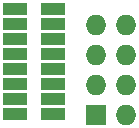
<source format=gts>
G04 #@! TF.FileFunction,Soldermask,Top*
%FSLAX46Y46*%
G04 Gerber Fmt 4.6, Leading zero omitted, Abs format (unit mm)*
G04 Created by KiCad (PCBNEW 4.0.6) date Monday 02 October 2017 'à' 00:53:35*
%MOMM*%
%LPD*%
G01*
G04 APERTURE LIST*
%ADD10C,0.100000*%
%ADD11R,1.727200X1.727200*%
%ADD12O,1.727200X1.727200*%
%ADD13R,2.000000X1.000000*%
G04 APERTURE END LIST*
D10*
D11*
X126925000Y-78675000D03*
D12*
X129465000Y-78675000D03*
X126925000Y-76135000D03*
X129465000Y-76135000D03*
X126925000Y-73595000D03*
X129465000Y-73595000D03*
X126925000Y-71055000D03*
X129465000Y-71055000D03*
D13*
X123300000Y-78600000D03*
X123300000Y-77330000D03*
X123300000Y-76060000D03*
X123300000Y-74790000D03*
X123300000Y-73520000D03*
X123300000Y-72250000D03*
X123300000Y-70980000D03*
X123300000Y-69710000D03*
X120100000Y-78600000D03*
X120100000Y-77330000D03*
X120100000Y-76060000D03*
X120100000Y-74790000D03*
X120100000Y-73520000D03*
X120100000Y-72250000D03*
X120100000Y-70980000D03*
X120100000Y-69710000D03*
M02*

</source>
